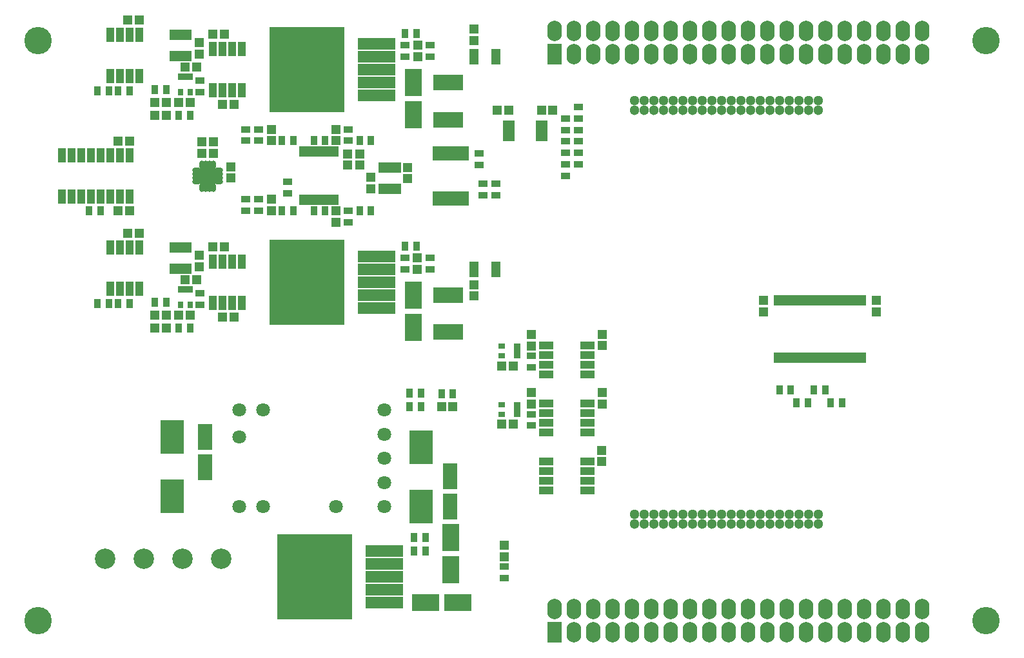
<source format=gbr>
G04 #@! TF.FileFunction,Soldermask,Top*
%FSLAX46Y46*%
G04 Gerber Fmt 4.6, Leading zero omitted, Abs format (unit mm)*
G04 Created by KiCad (PCBNEW 4.0.4-stable) date 2016 October 17, Monday 14:53:17*
%MOMM*%
%LPD*%
G01*
G04 APERTURE LIST*
%ADD10C,0.100000*%
%ADD11C,3.600000*%
%ADD12R,0.685000X1.400000*%
%ADD13R,1.200000X1.150000*%
%ADD14R,0.704800X0.908000*%
%ADD15R,2.200860X3.549600*%
%ADD16R,1.150000X1.200000*%
%ADD17R,3.100020X4.400500*%
%ADD18R,1.901140X3.399740*%
%ADD19R,3.549600X2.200860*%
%ADD20R,3.900000X2.000000*%
%ADD21C,1.300000*%
%ADD22R,0.900000X1.300000*%
%ADD23R,1.300000X0.900000*%
%ADD24R,1.300000X2.100000*%
%ADD25R,1.000000X1.950000*%
%ADD26R,0.850000X1.850000*%
%ADD27R,1.500000X0.650000*%
%ADD28R,1.000000X1.900000*%
%ADD29R,1.950000X1.000000*%
%ADD30R,0.908000X0.704800*%
%ADD31O,1.150000X0.700000*%
%ADD32O,0.700000X1.150000*%
%ADD33R,1.300000X1.300000*%
%ADD34R,5.000000X1.500000*%
%ADD35R,9.800000X11.200000*%
%ADD36C,1.797000*%
%ADD37R,1.924000X2.686000*%
%ADD38O,1.924000X2.686000*%
%ADD39R,1.197560X1.197560*%
%ADD40C,2.686000*%
%ADD41R,0.800000X1.400000*%
%ADD42R,1.050000X1.460000*%
G04 APERTURE END LIST*
D10*
D11*
X179070000Y-34290000D03*
X179070000Y-110490000D03*
D12*
X151513780Y-75929180D03*
X152013780Y-75929180D03*
X152513780Y-75929180D03*
X153013780Y-75929180D03*
X153513780Y-75929180D03*
X154013780Y-75929180D03*
X154513780Y-75929180D03*
X155013780Y-75929180D03*
X155513780Y-75929180D03*
X156013780Y-75929180D03*
X156513780Y-75929180D03*
X157013780Y-75929180D03*
X157513780Y-75929180D03*
X158013780Y-75929180D03*
X158513780Y-75929180D03*
X159013780Y-75929180D03*
X159513780Y-75929180D03*
X160013780Y-75929180D03*
X160513780Y-75929180D03*
X161013780Y-75929180D03*
X161513780Y-75929180D03*
X162013780Y-75929180D03*
X162513780Y-75929180D03*
X163013780Y-75929180D03*
X163013780Y-68429180D03*
X162513780Y-68429180D03*
X162013780Y-68429180D03*
X161513780Y-68429180D03*
X161013780Y-68429180D03*
X160513780Y-68429180D03*
X160013780Y-68429180D03*
X159513780Y-68429180D03*
X159013780Y-68429180D03*
X158513780Y-68429180D03*
X158013780Y-68429180D03*
X157513780Y-68429180D03*
X157013780Y-68429180D03*
X156513780Y-68429180D03*
X156013780Y-68429180D03*
X155513780Y-68429180D03*
X155013780Y-68429180D03*
X154513780Y-68429180D03*
X154013780Y-68429180D03*
X153513780Y-68429180D03*
X153013780Y-68429180D03*
X152513780Y-68429180D03*
X152013780Y-68429180D03*
X151513780Y-68429180D03*
D13*
X71435660Y-42443400D03*
X69935660Y-42443400D03*
D14*
X74549000Y-39014400D03*
X73279000Y-39014400D03*
X74549000Y-41046400D03*
X73914000Y-39014400D03*
X73279000Y-41046400D03*
D15*
X103886000Y-44058840D03*
X103886000Y-39806880D03*
D13*
X75415840Y-37792660D03*
X73915840Y-37792660D03*
D15*
X103886000Y-71988680D03*
X103886000Y-67736720D03*
D13*
X75413300Y-65732660D03*
X73913300Y-65732660D03*
D16*
X93705680Y-47456790D03*
X93705680Y-45956790D03*
X95247460Y-49173700D03*
X95247460Y-50673700D03*
X103121460Y-50946620D03*
X103121460Y-52446620D03*
X98308160Y-52247100D03*
X98308160Y-53747100D03*
X96847660Y-49170460D03*
X96847660Y-50670460D03*
X93705680Y-56644540D03*
X93705680Y-58144540D03*
D13*
X74549700Y-42443400D03*
X73049700Y-42443400D03*
X74549700Y-70383400D03*
X73049700Y-70383400D03*
D16*
X85214460Y-47452980D03*
X85214460Y-45952980D03*
D13*
X71435660Y-72026780D03*
X69935660Y-72026780D03*
D16*
X104444800Y-36401440D03*
X104444800Y-34901440D03*
X104424480Y-64338900D03*
X104424480Y-62838900D03*
D13*
X71435660Y-44086780D03*
X69935660Y-44086780D03*
X71433120Y-70383400D03*
X69933120Y-70383400D03*
D16*
X85214460Y-56643400D03*
X85214460Y-55143400D03*
X111834000Y-34300860D03*
X111834000Y-32800860D03*
X111834000Y-66361880D03*
X111834000Y-67861880D03*
D13*
X77560740Y-33423860D03*
X79060740Y-33423860D03*
X77555660Y-61424820D03*
X79055660Y-61424820D03*
X66374580Y-59585860D03*
X67874580Y-59585860D03*
X66374580Y-31628080D03*
X67874580Y-31628080D03*
X78825660Y-42707560D03*
X80325660Y-42707560D03*
X78825660Y-70662800D03*
X80325660Y-70662800D03*
X76118020Y-49138840D03*
X77618020Y-49138840D03*
X76118020Y-47558960D03*
X77618020Y-47558960D03*
D16*
X79898240Y-50857720D03*
X79898240Y-52357720D03*
X75727560Y-36040760D03*
X75727560Y-34540760D03*
X75727560Y-63980760D03*
X75727560Y-62480760D03*
D13*
X120689940Y-43461940D03*
X122189940Y-43461940D03*
D17*
X72196960Y-94122240D03*
X72196960Y-86344760D03*
D13*
X116389280Y-43461940D03*
X114889280Y-43461940D03*
D18*
X76570840Y-90337640D03*
X76570840Y-86339680D03*
D19*
X109702600Y-108140500D03*
X105450640Y-108140500D03*
D13*
X66596960Y-56682640D03*
X65096960Y-56682640D03*
X66596960Y-47498000D03*
X65096960Y-47498000D03*
D18*
X108712000Y-91539060D03*
X108712000Y-95537020D03*
D15*
X108808520Y-99598480D03*
X108808520Y-103850440D03*
D17*
X104886760Y-87762080D03*
X104886760Y-95539560D03*
D16*
X149811740Y-68426900D03*
X149811740Y-69926900D03*
X164673280Y-68426900D03*
X164673280Y-69926900D03*
X128651000Y-82014760D03*
X128651000Y-80514760D03*
X128625600Y-89629680D03*
X128625600Y-88129680D03*
X128651000Y-74392920D03*
X128651000Y-72892920D03*
X119334280Y-82014760D03*
X119334280Y-80514760D03*
X119334280Y-74394760D03*
X119334280Y-72894760D03*
D13*
X115492400Y-84660740D03*
X116992400Y-84660740D03*
X115493100Y-77058520D03*
X116993100Y-77058520D03*
D20*
X108458000Y-44686220D03*
X108458000Y-39809420D03*
X108458000Y-72613520D03*
X108458000Y-67736720D03*
D21*
X132902960Y-42164000D03*
X134172960Y-42164000D03*
X135442960Y-42164000D03*
X136712960Y-42164000D03*
X137982960Y-42164000D03*
X139252960Y-42164000D03*
X140522960Y-42164000D03*
X141792960Y-42164000D03*
X143062960Y-42164000D03*
X144332960Y-42164000D03*
X145602960Y-42164000D03*
X146872960Y-42164000D03*
X148142960Y-42164000D03*
X149412960Y-42164000D03*
X150682960Y-42164000D03*
X151952960Y-42164000D03*
X153222960Y-42164000D03*
X154492960Y-42164000D03*
X155762960Y-42164000D03*
X157032960Y-42164000D03*
X132902960Y-43434000D03*
X134172960Y-43434000D03*
X135442960Y-43434000D03*
X136712960Y-43434000D03*
X137982960Y-43434000D03*
X139252960Y-43434000D03*
X140522960Y-43434000D03*
X141792960Y-43434000D03*
X143062960Y-43434000D03*
X144332960Y-43434000D03*
X145602960Y-43434000D03*
X146872960Y-43434000D03*
X148142960Y-43434000D03*
X149412960Y-43434000D03*
X150682960Y-43434000D03*
X151952960Y-43434000D03*
X153222960Y-43434000D03*
X154492960Y-43434000D03*
X155762960Y-43434000D03*
X157032960Y-43434000D03*
X132902960Y-96520000D03*
X134172960Y-96520000D03*
X135442960Y-96520000D03*
X136712960Y-96520000D03*
X137982960Y-96520000D03*
X139252960Y-96520000D03*
X140522960Y-96520000D03*
X141792960Y-96520000D03*
X143062960Y-96520000D03*
X144332960Y-96520000D03*
X145602960Y-96520000D03*
X146872960Y-96520000D03*
X148142960Y-96520000D03*
X149412960Y-96520000D03*
X150682960Y-96520000D03*
X151952960Y-96520000D03*
X153222960Y-96520000D03*
X154492960Y-96520000D03*
X155762960Y-96520000D03*
X157032960Y-96520000D03*
X132902960Y-97790000D03*
X134172960Y-97790000D03*
X135442960Y-97790000D03*
X136712960Y-97790000D03*
X137982960Y-97790000D03*
X139252960Y-97790000D03*
X140522960Y-97790000D03*
X141792960Y-97790000D03*
X143062960Y-97790000D03*
X144332960Y-97790000D03*
X145602960Y-97790000D03*
X146872960Y-97790000D03*
X148142960Y-97790000D03*
X149412960Y-97790000D03*
X150682960Y-97790000D03*
X151952960Y-97790000D03*
X153222960Y-97790000D03*
X154492960Y-97790000D03*
X155762960Y-97790000D03*
X157032960Y-97790000D03*
D22*
X96819020Y-47454820D03*
X98319020Y-47454820D03*
X96819020Y-56644540D03*
X98319020Y-56644540D03*
D23*
X81887060Y-47452980D03*
X81887060Y-45952980D03*
X81887060Y-56645240D03*
X81887060Y-55145240D03*
X95349060Y-47455520D03*
X95349060Y-45955520D03*
X75890120Y-41047100D03*
X75890120Y-39547100D03*
X75890120Y-68987100D03*
X75890120Y-67487100D03*
X95349060Y-56643840D03*
X95349060Y-58143840D03*
X102760780Y-36401440D03*
X102760780Y-34901440D03*
D22*
X102762620Y-33403540D03*
X104262620Y-33403540D03*
D23*
X102760780Y-64341440D03*
X102760780Y-62841440D03*
D22*
X102762620Y-61335920D03*
X104262620Y-61335920D03*
D23*
X83566000Y-47452980D03*
X83566000Y-45952980D03*
X83566000Y-56642700D03*
X83566000Y-55142700D03*
D22*
X74549700Y-44086780D03*
X73049700Y-44086780D03*
X74549700Y-72026780D03*
X73049700Y-72026780D03*
D23*
X106118660Y-34901440D03*
X106118660Y-36401440D03*
D22*
X71435660Y-40764460D03*
X69935660Y-40764460D03*
D23*
X106118660Y-62838900D03*
X106118660Y-64338900D03*
D22*
X71433120Y-68704460D03*
X69933120Y-68704460D03*
X90802460Y-47452280D03*
X92302460Y-47452280D03*
X90802460Y-56644540D03*
X92302460Y-56644540D03*
X88126000Y-47452280D03*
X86626000Y-47452280D03*
X88126000Y-56644540D03*
X86626000Y-56644540D03*
D24*
X114734000Y-36401440D03*
X111834000Y-36401440D03*
X114734000Y-64338900D03*
X111834000Y-64338900D03*
D23*
X114754660Y-54598000D03*
X114754660Y-53098000D03*
X113055400Y-54598000D03*
X113055400Y-53098000D03*
X87406480Y-54364320D03*
X87406480Y-52864320D03*
D22*
X61289500Y-56682640D03*
X62789500Y-56682640D03*
D23*
X112473740Y-50615280D03*
X112473740Y-49115280D03*
D22*
X66607120Y-40914320D03*
X65107120Y-40914320D03*
X63904560Y-40911780D03*
X62404560Y-40911780D03*
X66607120Y-68854320D03*
X65107120Y-68854320D03*
X63904560Y-68854320D03*
X62404560Y-68854320D03*
X153450420Y-80203040D03*
X151950420Y-80203040D03*
X154174760Y-81887060D03*
X155674760Y-81887060D03*
X157942980Y-80203040D03*
X156442980Y-80203040D03*
X158683260Y-81887060D03*
X160183260Y-81887060D03*
X104890000Y-82359500D03*
X103390000Y-82359500D03*
X103390000Y-80594200D03*
X104890000Y-80594200D03*
X105448800Y-101348540D03*
X103948800Y-101348540D03*
X103948800Y-99601020D03*
X105448800Y-99601020D03*
D23*
X123858020Y-47543720D03*
X123858020Y-49043720D03*
X125585220Y-49044160D03*
X125585220Y-50544160D03*
X123858020Y-50542760D03*
X123858020Y-52042760D03*
X125585220Y-47544420D03*
X125585220Y-46044420D03*
X123858020Y-46045820D03*
X123858020Y-44545820D03*
X125585220Y-44542140D03*
X125585220Y-43042140D03*
X119334280Y-84874800D03*
X119334280Y-83374800D03*
X119334280Y-77234480D03*
X119334280Y-75734480D03*
D14*
X74549000Y-66954400D03*
X73279000Y-66954400D03*
X74549000Y-68986400D03*
X73914000Y-66954400D03*
X73279000Y-68986400D03*
D25*
X81366360Y-35400000D03*
X80096360Y-35400000D03*
X78826360Y-35400000D03*
X77556360Y-35400000D03*
X77556360Y-40800000D03*
X78826360Y-40800000D03*
X80096360Y-40800000D03*
X81366360Y-40800000D03*
X81366360Y-63340000D03*
X80096360Y-63340000D03*
X78826360Y-63340000D03*
X77556360Y-63340000D03*
X77556360Y-68740000D03*
X78826360Y-68740000D03*
X80096360Y-68740000D03*
X81366360Y-68740000D03*
X67873880Y-33545800D03*
X66603880Y-33545800D03*
X65333880Y-33545800D03*
X64063880Y-33545800D03*
X64063880Y-38945800D03*
X65333880Y-38945800D03*
X66603880Y-38945800D03*
X67873880Y-38945800D03*
X67873880Y-61485800D03*
X66603880Y-61485800D03*
X65333880Y-61485800D03*
X64063880Y-61485800D03*
X64063880Y-66885800D03*
X65333880Y-66885800D03*
X66603880Y-66885800D03*
X67873880Y-66885800D03*
D26*
X110725500Y-49120000D03*
X110075500Y-49120000D03*
X109425500Y-49120000D03*
X108775500Y-49120000D03*
X108125500Y-49120000D03*
X107475500Y-49120000D03*
X106825500Y-49120000D03*
X106825500Y-55020000D03*
X107475500Y-55020000D03*
X108125500Y-55020000D03*
X108775500Y-55020000D03*
X109425500Y-55020000D03*
X110075500Y-55020000D03*
X110725500Y-55020000D03*
D27*
X116389260Y-45177200D03*
X116389260Y-45677200D03*
X116389260Y-46177200D03*
X116389260Y-46677200D03*
X116389260Y-47177200D03*
X120689260Y-47177200D03*
X120689260Y-46677200D03*
X120689260Y-46177200D03*
X120689260Y-45677200D03*
X120689260Y-45177200D03*
D28*
X66598800Y-49370000D03*
X65328800Y-49370000D03*
X64058800Y-49370000D03*
X62788800Y-49370000D03*
X61518800Y-49370000D03*
X60248800Y-49370000D03*
X58978800Y-49370000D03*
X57708800Y-49370000D03*
X57708800Y-54770000D03*
X58978800Y-54770000D03*
X60248800Y-54770000D03*
X61518800Y-54770000D03*
X62788800Y-54770000D03*
X64058800Y-54770000D03*
X65328800Y-54770000D03*
X66598800Y-54770000D03*
D29*
X121333280Y-82014060D03*
X121333280Y-83284060D03*
X121333280Y-84554060D03*
X121333280Y-85824060D03*
X126733280Y-85824060D03*
X126733280Y-84554060D03*
X126733280Y-83284060D03*
X126733280Y-82014060D03*
X121333280Y-74394060D03*
X121333280Y-75664060D03*
X121333280Y-76934060D03*
X121333280Y-78204060D03*
X126733280Y-78204060D03*
X126733280Y-76934060D03*
X126733280Y-75664060D03*
X126733280Y-74394060D03*
X121333280Y-89634060D03*
X121333280Y-90904060D03*
X121333280Y-92174060D03*
X121333280Y-93444060D03*
X126733280Y-93444060D03*
X126733280Y-92174060D03*
X126733280Y-90904060D03*
X126733280Y-89634060D03*
D30*
X117525800Y-83375500D03*
X117525800Y-82105500D03*
X115493800Y-83375500D03*
X117525800Y-82740500D03*
X115493800Y-82105500D03*
X117525800Y-75737720D03*
X117525800Y-74467720D03*
X115493800Y-75737720D03*
X117525800Y-75102720D03*
X115493800Y-74467720D03*
D31*
X75393020Y-51360640D03*
X75393020Y-51860640D03*
X75393020Y-52360640D03*
X75393020Y-52860640D03*
D32*
X76118020Y-53585640D03*
X76618020Y-53585640D03*
X77118020Y-53585640D03*
X77618020Y-53585640D03*
D31*
X78343020Y-52860640D03*
X78343020Y-52360640D03*
X78343020Y-51860640D03*
X78343020Y-51360640D03*
D32*
X77618020Y-50635640D03*
X77118020Y-50635640D03*
X76618020Y-50635640D03*
X76118020Y-50635640D03*
D33*
X77318020Y-52560640D03*
X77318020Y-51660640D03*
X76418020Y-52560640D03*
X76418020Y-51660640D03*
D34*
X99060000Y-34700000D03*
X99060000Y-36400000D03*
X99060000Y-39800000D03*
D35*
X89910000Y-38100000D03*
D34*
X99060000Y-38100000D03*
X99060000Y-41500000D03*
X99060000Y-62640000D03*
X99060000Y-64340000D03*
X99060000Y-67740000D03*
D35*
X89910000Y-66040000D03*
D34*
X99060000Y-66040000D03*
X99060000Y-69440000D03*
X100081080Y-101343780D03*
X100081080Y-103043780D03*
X100081080Y-106443780D03*
D35*
X90931080Y-104743780D03*
D34*
X100081080Y-104743780D03*
X100081080Y-108143780D03*
D36*
X80992980Y-82847180D03*
X80992980Y-86339680D03*
X80992980Y-95547180D03*
X84167980Y-95547180D03*
X93692980Y-95547180D03*
X100042980Y-95547180D03*
X100042980Y-92372180D03*
X100042980Y-89197180D03*
X100042980Y-86022180D03*
X100042980Y-82847180D03*
X84167980Y-82847180D03*
D37*
X122428000Y-36068000D03*
D38*
X124968000Y-36068000D03*
X127508000Y-36068000D03*
X130048000Y-36068000D03*
X132588000Y-36068000D03*
X135128000Y-36068000D03*
X137668000Y-36068000D03*
X140208000Y-36068000D03*
X142748000Y-36068000D03*
X145288000Y-36068000D03*
X147828000Y-36068000D03*
X150368000Y-36068000D03*
X152908000Y-36068000D03*
X155448000Y-36068000D03*
X157988000Y-36068000D03*
X160528000Y-36068000D03*
X163068000Y-36068000D03*
X165608000Y-36068000D03*
X168148000Y-36068000D03*
X170688000Y-36068000D03*
X122428000Y-33020000D03*
X124968000Y-33020000D03*
X127508000Y-33020000D03*
X130048000Y-33020000D03*
X132588000Y-33020000D03*
X135128000Y-33020000D03*
X137668000Y-33020000D03*
X140208000Y-33020000D03*
X142748000Y-33020000D03*
X145288000Y-33020000D03*
X147828000Y-33020000D03*
X150368000Y-33020000D03*
X152908000Y-33020000D03*
X155448000Y-33020000D03*
X157988000Y-33020000D03*
X160528000Y-33020000D03*
X163068000Y-33020000D03*
X165608000Y-33020000D03*
X168148000Y-33020000D03*
X170688000Y-33020000D03*
D37*
X122428000Y-112014000D03*
D38*
X124968000Y-112014000D03*
X127508000Y-112014000D03*
X130048000Y-112014000D03*
X132588000Y-112014000D03*
X135128000Y-112014000D03*
X137668000Y-112014000D03*
X140208000Y-112014000D03*
X142748000Y-112014000D03*
X145288000Y-112014000D03*
X147828000Y-112014000D03*
X150368000Y-112014000D03*
X152908000Y-112014000D03*
X155448000Y-112014000D03*
X157988000Y-112014000D03*
X160528000Y-112014000D03*
X163068000Y-112014000D03*
X165608000Y-112014000D03*
X168148000Y-112014000D03*
X170688000Y-112014000D03*
X122428000Y-108966000D03*
X124968000Y-108966000D03*
X127508000Y-108966000D03*
X130048000Y-108966000D03*
X132588000Y-108966000D03*
X135128000Y-108966000D03*
X137668000Y-108966000D03*
X140208000Y-108966000D03*
X142748000Y-108966000D03*
X145288000Y-108966000D03*
X147828000Y-108966000D03*
X150368000Y-108966000D03*
X152908000Y-108966000D03*
X155448000Y-108966000D03*
X157988000Y-108966000D03*
X160528000Y-108966000D03*
X163068000Y-108966000D03*
X165608000Y-108966000D03*
X168148000Y-108966000D03*
X170688000Y-108966000D03*
D39*
X115824000Y-102095300D03*
X115824000Y-100596700D03*
X109080300Y-82359500D03*
X107581700Y-82359500D03*
D23*
X115824000Y-103390000D03*
X115824000Y-104890000D03*
D22*
X109081000Y-80708500D03*
X107581000Y-80708500D03*
D11*
X54610000Y-34290000D03*
X54610000Y-110490000D03*
D40*
X63408560Y-102362000D03*
X68488560Y-102362000D03*
X73568560Y-102362000D03*
X78648560Y-102362000D03*
D41*
X93750560Y-48829360D03*
X93100560Y-48829360D03*
X92450560Y-48829360D03*
X91800560Y-48829360D03*
X91150560Y-48829360D03*
X90500560Y-48829360D03*
X89850560Y-48829360D03*
X89200560Y-48829360D03*
X89200560Y-55229360D03*
X89850560Y-55229360D03*
X90500560Y-55229360D03*
X91150560Y-55229360D03*
X91800560Y-55229360D03*
X92450560Y-55229360D03*
X93100560Y-55229360D03*
X93750560Y-55229360D03*
D42*
X99857520Y-53746860D03*
X100807520Y-53746860D03*
X101757520Y-53746860D03*
X101757520Y-50946860D03*
X99857520Y-50946860D03*
X100807520Y-50946860D03*
X74267100Y-33540240D03*
X73317100Y-33540240D03*
X72367100Y-33540240D03*
X72367100Y-36340240D03*
X74267100Y-36340240D03*
X73317100Y-36340240D03*
X74267100Y-61480240D03*
X73317100Y-61480240D03*
X72367100Y-61480240D03*
X72367100Y-64280240D03*
X74267100Y-64280240D03*
X73317100Y-64280240D03*
M02*

</source>
